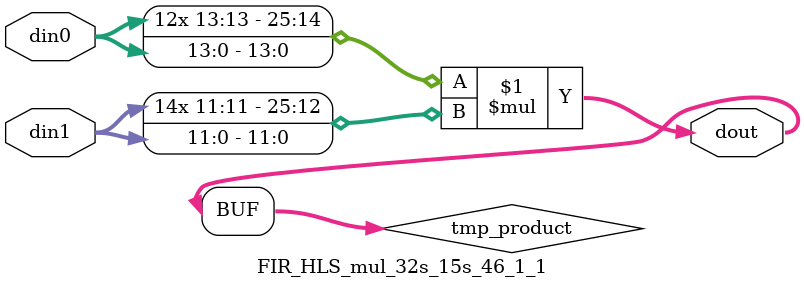
<source format=v>

`timescale 1 ns / 1 ps

 module FIR_HLS_mul_32s_15s_46_1_1(din0, din1, dout);
parameter ID = 1;
parameter NUM_STAGE = 0;
parameter din0_WIDTH = 14;
parameter din1_WIDTH = 12;
parameter dout_WIDTH = 26;

input [din0_WIDTH - 1 : 0] din0; 
input [din1_WIDTH - 1 : 0] din1; 
output [dout_WIDTH - 1 : 0] dout;

wire signed [dout_WIDTH - 1 : 0] tmp_product;



























assign tmp_product = $signed(din0) * $signed(din1);








assign dout = tmp_product;





















endmodule

</source>
